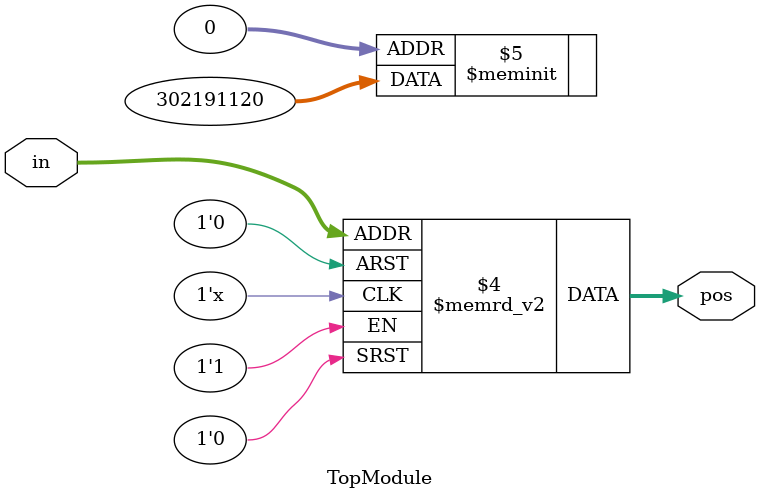
<source format=sv>
module TopModule (
  input [3:0] in,
  output reg [1:0] pos
);
always @(*) begin
    casez (in)
        4'b0001: pos = 2'd0;
        4'b0010: pos = 2'd1;
        4'b0100: pos = 2'd2;
        4'b1000: pos = 2'd3;
        4'b0011: pos = 2'd0;
        4'b0110: pos = 2'd1;
        4'b1100: pos = 2'd2;
        4'b0111: pos = 2'd0;
        4'b1110: pos = 2'd1;
        4'b1111: pos = 2'd0;
        default: pos = 2'd0;
    endcase
end
endmodule

/*
Insufficient Understanding of Circuit Concepts: Number and Vector
*/

/*
The testbench simulated, but had errors. Please fix the module. The output of iverilog is as follows:
VCD info: dumpfile wave.vcd opened for output.
./Execute_environment/testbench.sv:38: $finish called at 470 (1ps)
Hint: Output 'pos' has 7 mismatches. First mismatch occurred at time 160.
Hint: Total mismatched samples is 7 out of 94 samples

Simulation finished at 470 ps
Mismatches: 7 in 94 samples
*/
</source>
